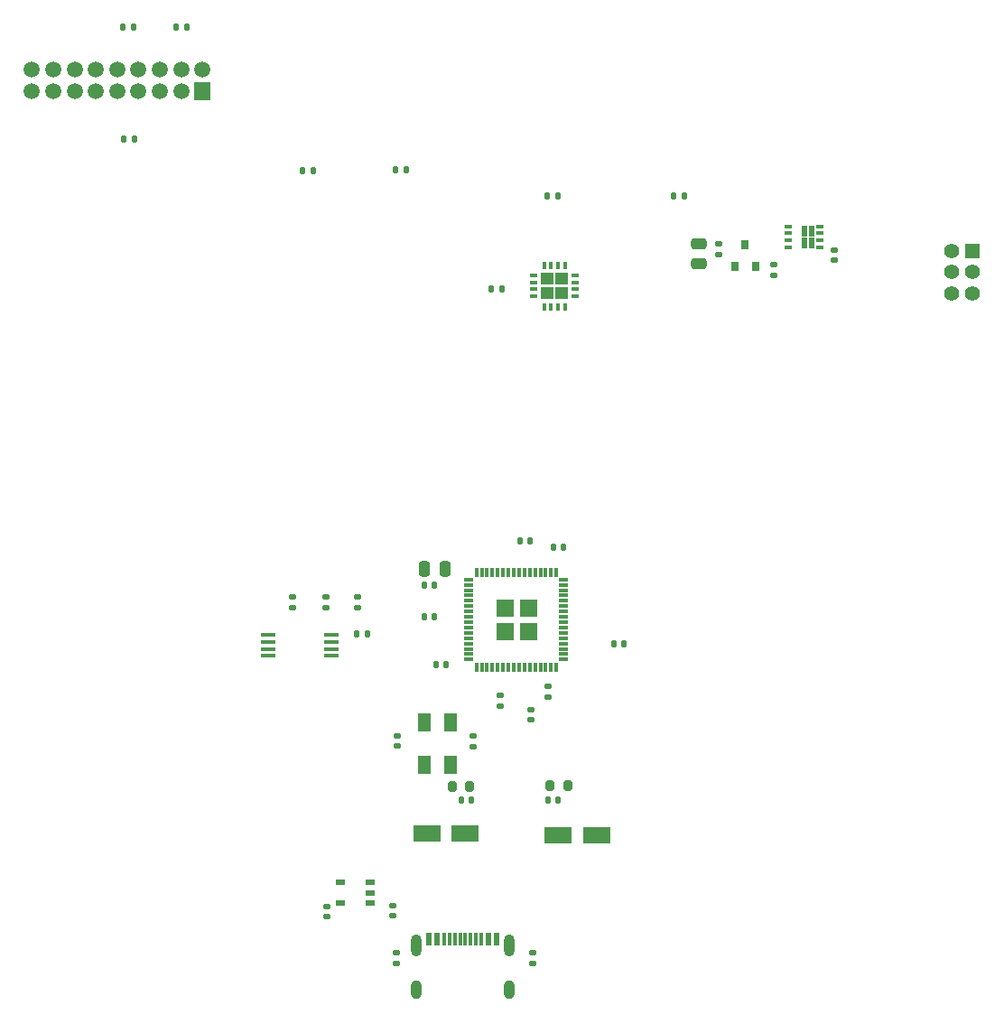
<source format=gbr>
%TF.GenerationSoftware,KiCad,Pcbnew,7.0.6-0*%
%TF.CreationDate,2023-11-06T17:07:03-05:00*%
%TF.ProjectId,bitcrane,62697463-7261-46e6-952e-6b696361645f,rev?*%
%TF.SameCoordinates,Original*%
%TF.FileFunction,Paste,Top*%
%TF.FilePolarity,Positive*%
%FSLAX46Y46*%
G04 Gerber Fmt 4.6, Leading zero omitted, Abs format (unit mm)*
G04 Created by KiCad (PCBNEW 7.0.6-0) date 2023-11-06 17:07:03*
%MOMM*%
%LPD*%
G01*
G04 APERTURE LIST*
G04 Aperture macros list*
%AMRoundRect*
0 Rectangle with rounded corners*
0 $1 Rounding radius*
0 $2 $3 $4 $5 $6 $7 $8 $9 X,Y pos of 4 corners*
0 Add a 4 corners polygon primitive as box body*
4,1,4,$2,$3,$4,$5,$6,$7,$8,$9,$2,$3,0*
0 Add four circle primitives for the rounded corners*
1,1,$1+$1,$2,$3*
1,1,$1+$1,$4,$5*
1,1,$1+$1,$6,$7*
1,1,$1+$1,$8,$9*
0 Add four rect primitives between the rounded corners*
20,1,$1+$1,$2,$3,$4,$5,0*
20,1,$1+$1,$4,$5,$6,$7,0*
20,1,$1+$1,$6,$7,$8,$9,0*
20,1,$1+$1,$8,$9,$2,$3,0*%
G04 Aperture macros list end*
%ADD10C,0.010000*%
%ADD11R,0.711200X0.304800*%
%ADD12R,0.304800X0.711200*%
%ADD13RoundRect,0.200000X-0.200000X-0.275000X0.200000X-0.275000X0.200000X0.275000X-0.200000X0.275000X0*%
%ADD14RoundRect,0.200000X0.200000X0.275000X-0.200000X0.275000X-0.200000X-0.275000X0.200000X-0.275000X0*%
%ADD15RoundRect,0.250000X0.250000X0.475000X-0.250000X0.475000X-0.250000X-0.475000X0.250000X-0.475000X0*%
%ADD16RoundRect,0.135000X-0.135000X-0.185000X0.135000X-0.185000X0.135000X0.185000X-0.135000X0.185000X0*%
%ADD17RoundRect,0.140000X-0.170000X0.140000X-0.170000X-0.140000X0.170000X-0.140000X0.170000X0.140000X0*%
%ADD18R,0.952500X0.558800*%
%ADD19RoundRect,0.140000X-0.140000X-0.170000X0.140000X-0.170000X0.140000X0.170000X-0.140000X0.170000X0*%
%ADD20R,1.500000X1.700000*%
%ADD21C,1.500000*%
%ADD22RoundRect,0.140000X0.140000X0.170000X-0.140000X0.170000X-0.140000X-0.170000X0.140000X-0.170000X0*%
%ADD23RoundRect,0.135000X0.185000X-0.135000X0.185000X0.135000X-0.185000X0.135000X-0.185000X-0.135000X0*%
%ADD24RoundRect,0.140000X0.170000X-0.140000X0.170000X0.140000X-0.170000X0.140000X-0.170000X-0.140000X0*%
%ADD25R,0.600000X1.000000*%
%ADD26R,0.700000X0.420000*%
%ADD27R,0.800000X0.900000*%
%ADD28R,0.600000X1.150000*%
%ADD29R,0.300000X1.150000*%
%ADD30O,1.000000X2.100000*%
%ADD31O,1.000000X1.800000*%
%ADD32RoundRect,0.250000X-1.050000X-0.550000X1.050000X-0.550000X1.050000X0.550000X-1.050000X0.550000X0*%
%ADD33RoundRect,0.135000X0.135000X0.185000X-0.135000X0.185000X-0.135000X-0.185000X0.135000X-0.185000X0*%
%ADD34RoundRect,0.250000X1.050000X0.550000X-1.050000X0.550000X-1.050000X-0.550000X1.050000X-0.550000X0*%
%ADD35RoundRect,0.135000X-0.185000X0.135000X-0.185000X-0.135000X0.185000X-0.135000X0.185000X0.135000X0*%
%ADD36R,1.200000X1.800000*%
%ADD37R,1.473200X0.355600*%
%ADD38R,1.400000X1.400000*%
%ADD39C,1.400000*%
%ADD40RoundRect,0.018900X0.116100X-0.391100X0.116100X0.391100X-0.116100X0.391100X-0.116100X-0.391100X0*%
%ADD41RoundRect,0.018900X0.391100X0.116100X-0.391100X0.116100X-0.391100X-0.116100X0.391100X-0.116100X0*%
%ADD42RoundRect,0.018900X-0.116100X0.391100X-0.116100X-0.391100X0.116100X-0.391100X0.116100X0.391100X0*%
%ADD43RoundRect,0.018900X-0.391100X-0.116100X0.391100X-0.116100X0.391100X0.116100X-0.391100X0.116100X0*%
%ADD44RoundRect,0.250000X-0.475000X0.250000X-0.475000X-0.250000X0.475000X-0.250000X0.475000X0.250000X0*%
G04 APERTURE END LIST*
%TO.C,U4*%
G36*
X119610000Y-65790000D02*
G01*
X118463800Y-65790000D01*
X118463800Y-64643800D01*
X119610000Y-64643800D01*
X119610000Y-65790000D01*
G37*
G36*
X119610000Y-67136200D02*
G01*
X118463800Y-67136200D01*
X118463800Y-65990000D01*
X119610000Y-65990000D01*
X119610000Y-67136200D01*
G37*
G36*
X120956200Y-65790000D02*
G01*
X119810000Y-65790000D01*
X119810000Y-64643800D01*
X120956200Y-64643800D01*
X120956200Y-65790000D01*
G37*
G36*
X120956200Y-67136200D02*
G01*
X119810000Y-67136200D01*
X119810000Y-65990000D01*
X120956200Y-65990000D01*
X120956200Y-67136200D01*
G37*
%TO.C,U1*%
D10*
X115815000Y-99030000D02*
X114275000Y-99030000D01*
X114275000Y-97490000D01*
X115815000Y-97490000D01*
X115815000Y-99030000D01*
G36*
X115815000Y-99030000D02*
G01*
X114275000Y-99030000D01*
X114275000Y-97490000D01*
X115815000Y-97490000D01*
X115815000Y-99030000D01*
G37*
X117995000Y-99030000D02*
X116455000Y-99030000D01*
X116455000Y-97490000D01*
X117995000Y-97490000D01*
X117995000Y-99030000D01*
G36*
X117995000Y-99030000D02*
G01*
X116455000Y-99030000D01*
X116455000Y-97490000D01*
X117995000Y-97490000D01*
X117995000Y-99030000D01*
G37*
X115815000Y-96850000D02*
X114275000Y-96850000D01*
X114275000Y-95310000D01*
X115815000Y-95310000D01*
X115815000Y-96850000D01*
G36*
X115815000Y-96850000D02*
G01*
X114275000Y-96850000D01*
X114275000Y-95310000D01*
X115815000Y-95310000D01*
X115815000Y-96850000D01*
G37*
X117995000Y-96850000D02*
X116455000Y-96850000D01*
X116455000Y-95310000D01*
X117995000Y-95310000D01*
X117995000Y-96850000D01*
G36*
X117995000Y-96850000D02*
G01*
X116455000Y-96850000D01*
X116455000Y-95310000D01*
X117995000Y-95310000D01*
X117995000Y-96850000D01*
G37*
%TD*%
D11*
%TO.C,U4*%
X117760799Y-64915001D03*
X117760799Y-65564999D03*
X117760799Y-66215001D03*
X117760799Y-66864999D03*
D12*
X118735001Y-67839201D03*
X119384999Y-67839201D03*
X120035001Y-67839201D03*
X120684999Y-67839201D03*
D11*
X121659201Y-66864999D03*
X121659201Y-66215001D03*
X121659201Y-65564999D03*
X121659201Y-64915001D03*
D12*
X120684999Y-63940799D03*
X120035001Y-63940799D03*
X119384999Y-63940799D03*
X118735001Y-63940799D03*
%TD*%
D13*
%TO.C,FB2*%
X110105000Y-112810000D03*
X111755000Y-112810000D03*
%TD*%
D14*
%TO.C,FB1*%
X120945000Y-112730000D03*
X119295000Y-112730000D03*
%TD*%
D15*
%TO.C,C6*%
X109430000Y-92390000D03*
X107530000Y-92390000D03*
%TD*%
D16*
%TO.C,R1*%
X79330000Y-52160000D03*
X80350000Y-52160000D03*
%TD*%
%TO.C,R16*%
X104820000Y-54970000D03*
X105840000Y-54970000D03*
%TD*%
D17*
%TO.C,C10*%
X117470000Y-105620000D03*
X117470000Y-106580000D03*
%TD*%
D18*
%TO.C,U2*%
X102418950Y-123724800D03*
X102418950Y-122785000D03*
X102418950Y-121845200D03*
X99663050Y-121845200D03*
X99663050Y-123724800D03*
%TD*%
D19*
%TO.C,C11*%
X119593000Y-90397000D03*
X120553000Y-90397000D03*
%TD*%
D20*
%TO.C,J2*%
X86700000Y-47630000D03*
D21*
X86700000Y-45630000D03*
X84700000Y-47630000D03*
X84700000Y-45630000D03*
X82700000Y-47630000D03*
X82700000Y-45630000D03*
X80700000Y-47630000D03*
X80700000Y-45630000D03*
X78700000Y-47630000D03*
X78700000Y-45630000D03*
X76700000Y-47630000D03*
X76700000Y-45630000D03*
X74700000Y-47630000D03*
X74700000Y-45630000D03*
X72700000Y-47630000D03*
X72700000Y-45630000D03*
X70700000Y-47630000D03*
X70700000Y-45630000D03*
%TD*%
D22*
%TO.C,C13*%
X108452000Y-96946000D03*
X107492000Y-96946000D03*
%TD*%
D23*
%TO.C,R11*%
X119074000Y-104440000D03*
X119074000Y-103420000D03*
%TD*%
D24*
%TO.C,C2*%
X112040000Y-109080000D03*
X112040000Y-108120000D03*
%TD*%
D23*
%TO.C,R8*%
X98276000Y-96106000D03*
X98276000Y-95086000D03*
%TD*%
D25*
%TO.C,Q1*%
X143120000Y-60720000D03*
X143120000Y-61850000D03*
X143830000Y-60720000D03*
X143830000Y-61850000D03*
D26*
X144600000Y-60310000D03*
X144600000Y-60960000D03*
X144600000Y-61610000D03*
X144600000Y-62260000D03*
X141600000Y-60310000D03*
X141600000Y-60960000D03*
X141600000Y-61610000D03*
X141600000Y-62260000D03*
%TD*%
D22*
%TO.C,C9*%
X109521000Y-101417000D03*
X108561000Y-101417000D03*
%TD*%
D27*
%TO.C,D1*%
X136640000Y-64030000D03*
X138540000Y-64030000D03*
X137590000Y-62030000D03*
%TD*%
D17*
%TO.C,C8*%
X98328000Y-124085000D03*
X98328000Y-125045000D03*
%TD*%
D28*
%TO.C,J6*%
X107900000Y-127155000D03*
X108700000Y-127155000D03*
D29*
X109850000Y-127155000D03*
X110850000Y-127155000D03*
X111350000Y-127155000D03*
X112350000Y-127155000D03*
D28*
X113500000Y-127155000D03*
X114300000Y-127155000D03*
X114300000Y-127155000D03*
X113500000Y-127155000D03*
D29*
X112850000Y-127155000D03*
X111850000Y-127155000D03*
X110350000Y-127155000D03*
X109350000Y-127155000D03*
D28*
X108700000Y-127155000D03*
X107900000Y-127155000D03*
D30*
X106780000Y-127730000D03*
D31*
X106780000Y-131910000D03*
D30*
X115420000Y-127730000D03*
D31*
X115420000Y-131910000D03*
%TD*%
D32*
%TO.C,C19*%
X120070000Y-117360000D03*
X123670000Y-117360000D03*
%TD*%
D33*
%TO.C,R2*%
X80230000Y-41660000D03*
X79210000Y-41660000D03*
%TD*%
D34*
%TO.C,C18*%
X111328000Y-117254000D03*
X107728000Y-117254000D03*
%TD*%
D23*
%TO.C,R12*%
X114628000Y-105286000D03*
X114628000Y-104266000D03*
%TD*%
D19*
%TO.C,C17*%
X119110000Y-114060000D03*
X120070000Y-114060000D03*
%TD*%
D35*
%TO.C,R10*%
X140300000Y-63860000D03*
X140300000Y-64880000D03*
%TD*%
D22*
%TO.C,C16*%
X111906000Y-114078000D03*
X110946000Y-114078000D03*
%TD*%
D19*
%TO.C,C14*%
X116440000Y-89792000D03*
X117400000Y-89792000D03*
%TD*%
D16*
%TO.C,R15*%
X96040000Y-55070000D03*
X97060000Y-55070000D03*
%TD*%
D17*
%TO.C,C7*%
X104531000Y-123992000D03*
X104531000Y-124952000D03*
%TD*%
D36*
%TO.C,Y1*%
X107520000Y-106800000D03*
X107520000Y-110800000D03*
X109920000Y-110800000D03*
X109920000Y-106800000D03*
%TD*%
D17*
%TO.C,C1*%
X104970000Y-108070000D03*
X104970000Y-109030000D03*
%TD*%
D35*
%TO.C,R5*%
X117634000Y-128431000D03*
X117634000Y-129451000D03*
%TD*%
D37*
%TO.C,U3*%
X98740000Y-100580000D03*
X98740000Y-99930002D03*
X98740000Y-99280000D03*
X98740000Y-98630002D03*
X92847200Y-98630002D03*
X92847200Y-99280000D03*
X92847200Y-99930002D03*
X92847200Y-100580000D03*
%TD*%
D23*
%TO.C,R9*%
X101219000Y-96089000D03*
X101219000Y-95069000D03*
%TD*%
D33*
%TO.C,R6*%
X102160000Y-98510000D03*
X101140000Y-98510000D03*
%TD*%
D16*
%TO.C,R14*%
X119030000Y-57490000D03*
X120050000Y-57490000D03*
%TD*%
D17*
%TO.C,C3*%
X145930000Y-62540000D03*
X145930000Y-63500000D03*
%TD*%
D38*
%TO.C,J1*%
X158930000Y-62590000D03*
D39*
X158930000Y-64590000D03*
X158930000Y-66590000D03*
X156930000Y-62590000D03*
X156930000Y-64590000D03*
X156930000Y-66590000D03*
%TD*%
D40*
%TO.C,U1*%
X112385000Y-101615000D03*
X112885000Y-101615000D03*
X113385000Y-101615000D03*
X113885000Y-101615000D03*
X114385000Y-101615000D03*
X114885000Y-101615000D03*
X115385000Y-101615000D03*
X115885000Y-101615000D03*
X116385000Y-101615000D03*
X116885000Y-101615000D03*
X117385000Y-101615000D03*
X117885000Y-101615000D03*
X118385000Y-101615000D03*
X118885000Y-101615000D03*
X119385000Y-101615000D03*
X119885000Y-101615000D03*
D41*
X120580000Y-100920000D03*
X120580000Y-100420000D03*
X120580000Y-99920000D03*
X120580000Y-99420000D03*
X120580000Y-98920000D03*
X120580000Y-98420000D03*
X120580000Y-97920000D03*
X120580000Y-97420000D03*
X120580000Y-96920000D03*
X120580000Y-96420000D03*
X120580000Y-95920000D03*
X120580000Y-95420000D03*
X120580000Y-94920000D03*
X120580000Y-94420000D03*
X120580000Y-93920000D03*
X120580000Y-93420000D03*
D42*
X119885000Y-92725000D03*
X119385000Y-92725000D03*
X118885000Y-92725000D03*
X118385000Y-92725000D03*
X117885000Y-92725000D03*
X117385000Y-92725000D03*
X116885000Y-92725000D03*
X116385000Y-92725000D03*
X115885000Y-92725000D03*
X115385000Y-92725000D03*
X114885000Y-92725000D03*
X114385000Y-92725000D03*
X113885000Y-92725000D03*
X113385000Y-92725000D03*
X112885000Y-92725000D03*
X112385000Y-92725000D03*
D43*
X111690000Y-93420000D03*
X111690000Y-93920000D03*
X111690000Y-94420000D03*
X111690000Y-94920000D03*
X111690000Y-95420000D03*
X111690000Y-95920000D03*
X111690000Y-96420000D03*
X111690000Y-96920000D03*
X111690000Y-97420000D03*
X111690000Y-97920000D03*
X111690000Y-98420000D03*
X111690000Y-98920000D03*
X111690000Y-99420000D03*
X111690000Y-99920000D03*
X111690000Y-100420000D03*
X111690000Y-100920000D03*
%TD*%
D17*
%TO.C,C4*%
X135080000Y-61970000D03*
X135080000Y-62930000D03*
%TD*%
D23*
%TO.C,R7*%
X95180000Y-96106000D03*
X95180000Y-95086000D03*
%TD*%
D22*
%TO.C,C20*%
X114760000Y-66210000D03*
X113800000Y-66210000D03*
%TD*%
D35*
%TO.C,R4*%
X104849000Y-128442000D03*
X104849000Y-129462000D03*
%TD*%
D16*
%TO.C,R3*%
X84250000Y-41660000D03*
X85270000Y-41660000D03*
%TD*%
%TO.C,R13*%
X130890000Y-57450000D03*
X131910000Y-57450000D03*
%TD*%
D44*
%TO.C,C5*%
X133210000Y-61930000D03*
X133210000Y-63830000D03*
%TD*%
D22*
%TO.C,C12*%
X108451000Y-93946000D03*
X107491000Y-93946000D03*
%TD*%
D19*
%TO.C,C15*%
X125256000Y-99424000D03*
X126216000Y-99424000D03*
%TD*%
M02*

</source>
